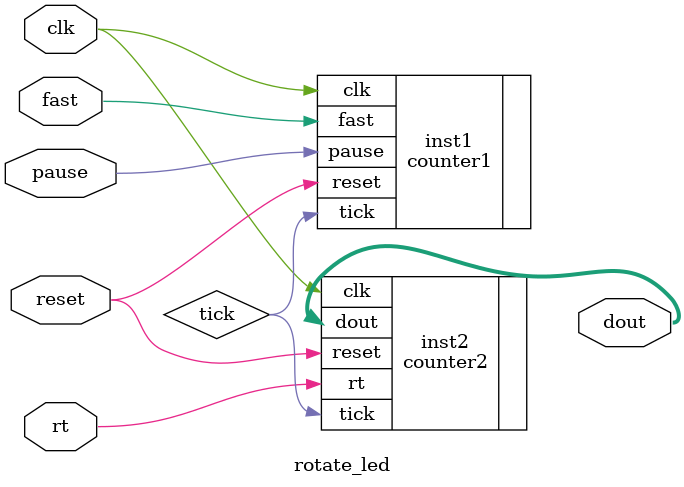
<source format=v>
module rotate_led(
input wire clk, reset, pause, rt, fast,
output wire [4:0] dout
);

//Creating Instances of Two Counter Modules

counter1 inst1 (.clk(clk), .reset(reset), .pause(pause), .fast(fast), .tick(tick));
counter2 inst2 (.clk(clk), .reset(reset), .tick(tick), .rt(rt), .dout(dout));

endmodule

</source>
